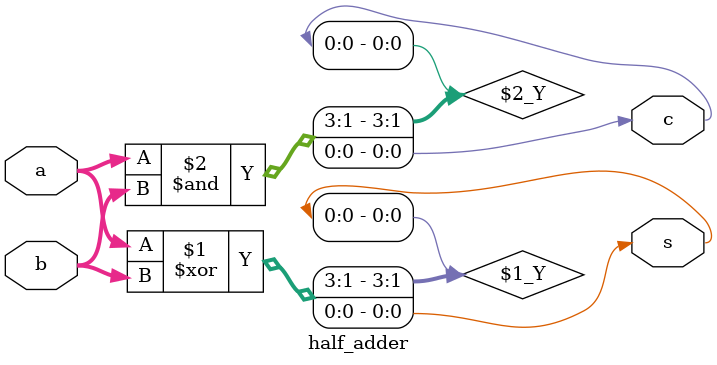
<source format=v>
`timescale 1ns / 1ps

module half_adder(a,b,s,c);
input [3:0]a,b;
output s,c;
assign s=a^b;       //sum gives the output as xor of the 2 inputs in half adder
assign c=a&b;       //carry gives the output as & of the 2 inputs in half adder
endmodule

</source>
